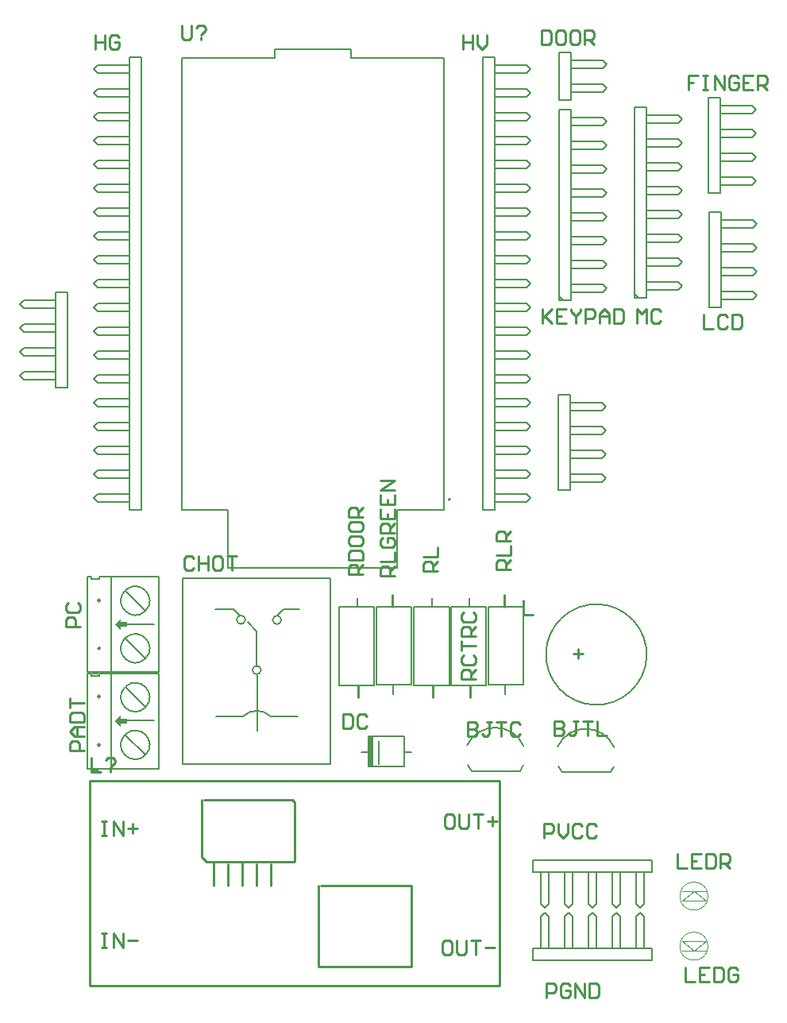
<source format=gbr>
%TF.GenerationSoftware,Altium Limited,Altium Designer,21.3.2 (30)*%
G04 Layer_Color=65535*
%FSLAX25Y25*%
%MOIN*%
%TF.SameCoordinates,C3D6B9D7-463A-470E-9858-FE52AE1E130A*%
%TF.FilePolarity,Positive*%
%TF.FileFunction,Legend,Top*%
%TF.Part,Single*%
G01*
G75*
%TA.AperFunction,NonConductor*%
%ADD45C,0.00787*%
%ADD46C,0.00700*%
%ADD47C,0.00400*%
%ADD48C,0.00800*%
%ADD49C,0.00500*%
%ADD50C,0.01000*%
%ADD51R,0.02000X0.12598*%
G36*
X25000Y120500D02*
X27500Y118000D01*
Y119500D01*
X30000D01*
Y121500D01*
X27500D01*
Y123000D01*
X25000Y120500D01*
D02*
G37*
G36*
Y161000D02*
X27500Y158500D01*
Y160000D01*
X30000D01*
Y162000D01*
X27500D01*
Y163500D01*
X25000Y161000D01*
D02*
G37*
D45*
X165756Y213528D02*
G03*
X165756Y213528I-394J0D01*
G01*
X279500Y294000D02*
Y334000D01*
X274500D02*
X279500D01*
X274500Y294000D02*
X279500D01*
Y297333D02*
X292833D01*
X294500Y299000D01*
X292833Y300667D02*
X294500Y299000D01*
X279500Y300667D02*
X292833D01*
X279500Y307333D02*
X292833D01*
X294500Y309000D01*
X292833Y310667D02*
X294500Y309000D01*
X279500Y310667D02*
X292833D01*
X279500Y317333D02*
X292833D01*
X294500Y319000D01*
X292833Y320667D02*
X294500Y319000D01*
X279500Y320667D02*
X292833D01*
X279500Y327333D02*
X292833D01*
X294500Y329000D01*
X292833Y330667D02*
X294500Y329000D01*
X279500Y330667D02*
X292833D01*
X274500Y294000D02*
Y334000D01*
X36000Y209000D02*
Y391500D01*
Y399000D01*
X17667Y212333D02*
X31000D01*
X16000Y214000D02*
X17667Y212333D01*
X16000Y214000D02*
X17667Y215667D01*
X31000D01*
X17667Y222333D02*
X31000D01*
X16000Y224000D02*
X17667Y222333D01*
X16000Y224000D02*
X17667Y225667D01*
X31000D01*
X17667Y232333D02*
X31000D01*
X16000Y234000D02*
X17667Y232333D01*
X16000Y234000D02*
X17667Y235667D01*
X31000D01*
X17667Y242333D02*
X31000D01*
X16000Y244000D02*
X17667Y242333D01*
X16000Y244000D02*
X17667Y245667D01*
X31000D01*
X17667Y252333D02*
X31000D01*
X16000Y254000D02*
X17667Y252333D01*
X16000Y254000D02*
X17667Y255667D01*
X31000D01*
X17667Y262333D02*
X31000D01*
X16000Y264000D02*
X17667Y262333D01*
X16000Y264000D02*
X17667Y265667D01*
X31000D01*
X17667Y272333D02*
X31000D01*
X16000Y274000D02*
X17667Y272333D01*
X16000Y274000D02*
X17667Y275667D01*
X31000D01*
X17667Y282333D02*
X31000D01*
X16000Y284000D02*
X17667Y282333D01*
X16000Y284000D02*
X17667Y285667D01*
X31000D01*
X17667Y292333D02*
X31000D01*
X16000Y294000D02*
X17667Y292333D01*
X16000Y294000D02*
X17667Y295667D01*
X31000D01*
X17667Y302333D02*
X31000D01*
X16000Y304000D02*
X17667Y302333D01*
X16000Y304000D02*
X17667Y305667D01*
X31000D01*
X17667Y312333D02*
X31000D01*
X16000Y314000D02*
X17667Y312333D01*
X16000Y314000D02*
X17667Y315667D01*
X31000D01*
X17667Y322333D02*
X31000D01*
X16000Y324000D02*
X17667Y322333D01*
X16000Y324000D02*
X17667Y325667D01*
X31000D01*
X17667Y332333D02*
X31000D01*
X16000Y334000D02*
X17667Y332333D01*
X16000Y334000D02*
X17667Y335667D01*
X31000D01*
X17667Y342333D02*
X31000D01*
X16000Y344000D02*
X17667Y342333D01*
X16000Y344000D02*
X17667Y345667D01*
X31000D01*
X17667Y352333D02*
X31000D01*
X16000Y354000D02*
X17667Y352333D01*
X16000Y354000D02*
X17667Y355667D01*
X31000D01*
X17667Y362333D02*
X31000D01*
X16000Y364000D02*
X17667Y362333D01*
X16000Y364000D02*
X17667Y365667D01*
X31000D01*
X17667Y372333D02*
X31000D01*
X16000Y374000D02*
X17667Y372333D01*
X16000Y374000D02*
X17667Y375667D01*
X31000D01*
X17667Y382333D02*
X31000D01*
X16000Y384000D02*
X17667Y382333D01*
X16000Y384000D02*
X17667Y385667D01*
X31000D01*
X17667Y392333D02*
X31000D01*
X16000Y394000D02*
X17667Y392333D01*
X16000Y394000D02*
X17667Y395667D01*
X31000D01*
Y209000D02*
X36000D01*
X31000D02*
Y399000D01*
X36000D01*
X243000Y298000D02*
Y378000D01*
Y299667D02*
X244667Y298000D01*
X248000Y374667D02*
X261333D01*
X263000Y373000D01*
X261333Y371333D02*
X263000Y373000D01*
X248000Y371333D02*
X261333D01*
X248000Y364667D02*
X261333D01*
X263000Y363000D01*
X261333Y361333D02*
X263000Y363000D01*
X248000Y361333D02*
X261333D01*
X248000Y354667D02*
X261333D01*
X263000Y353000D01*
X261333Y351333D02*
X263000Y353000D01*
X248000Y351333D02*
X261333D01*
X248000Y344667D02*
X261333D01*
X263000Y343000D01*
X261333Y341333D02*
X263000Y343000D01*
X248000Y341333D02*
X261333D01*
X248000Y334667D02*
X261333D01*
X263000Y333000D01*
X261333Y331333D02*
X263000Y333000D01*
X248000Y331333D02*
X261333D01*
X248000Y324667D02*
X261333D01*
X263000Y323000D01*
X261333Y321333D02*
X263000Y323000D01*
X248000Y321333D02*
X261333D01*
X248000Y314667D02*
X261333D01*
X263000Y313000D01*
X261333Y311333D02*
X263000Y313000D01*
X248000Y311333D02*
X261333D01*
X248000Y304667D02*
X261333D01*
X263000Y303000D01*
X261333Y301333D02*
X263000Y303000D01*
X248000Y301333D02*
X261333D01*
X243000Y378000D02*
X248000D01*
Y298000D02*
Y378000D01*
X243000Y298000D02*
X248000D01*
X211500Y297000D02*
X216500D01*
Y377000D01*
X211500D02*
X216500D01*
Y300333D02*
X229833D01*
X231500Y302000D01*
X229833Y303667D02*
X231500Y302000D01*
X216500Y303667D02*
X229833D01*
X216500Y310333D02*
X229833D01*
X231500Y312000D01*
X229833Y313667D02*
X231500Y312000D01*
X216500Y313667D02*
X229833D01*
X216500Y320333D02*
X229833D01*
X231500Y322000D01*
X229833Y323667D02*
X231500Y322000D01*
X216500Y323667D02*
X229833D01*
X216500Y330333D02*
X229833D01*
X231500Y332000D01*
X229833Y333667D02*
X231500Y332000D01*
X216500Y333667D02*
X229833D01*
X216500Y340333D02*
X229833D01*
X231500Y342000D01*
X229833Y343667D02*
X231500Y342000D01*
X216500Y343667D02*
X229833D01*
X216500Y350333D02*
X229833D01*
X231500Y352000D01*
X229833Y353667D02*
X231500Y352000D01*
X216500Y353667D02*
X229833D01*
X216500Y360333D02*
X229833D01*
X231500Y362000D01*
X229833Y363667D02*
X231500Y362000D01*
X216500Y363667D02*
X229833D01*
X216500Y370333D02*
X229833D01*
X231500Y372000D01*
X229833Y373667D02*
X231500Y372000D01*
X216500Y373667D02*
X229833D01*
X211500Y298667D02*
X213167Y297000D01*
X211500D02*
Y377000D01*
X200500Y20000D02*
X250500D01*
X203833Y25000D02*
Y38333D01*
X205500Y40000D01*
X207167Y38333D01*
Y25000D02*
Y38333D01*
X213833Y25000D02*
Y38333D01*
X215500Y40000D01*
X217167Y38333D01*
Y25000D02*
Y38333D01*
X223833Y25000D02*
Y38333D01*
X225500Y40000D01*
X227167Y38333D01*
Y25000D02*
Y38333D01*
X233833Y25000D02*
Y38333D01*
X235500Y40000D01*
X237167Y38333D01*
Y25000D02*
Y38333D01*
X243833Y25000D02*
Y38333D01*
X245500Y40000D01*
X247167Y38333D01*
Y25000D02*
Y38333D01*
X250500Y20000D02*
Y25000D01*
X200500D02*
X250500D01*
X200500Y20000D02*
Y25000D01*
Y62000D02*
X250500D01*
X247167Y43667D02*
Y57000D01*
X245500Y42000D02*
X247167Y43667D01*
X243833D02*
X245500Y42000D01*
X243833Y43667D02*
Y57000D01*
X237167Y43667D02*
Y57000D01*
X235500Y42000D02*
X237167Y43667D01*
X233833D02*
X235500Y42000D01*
X233833Y43667D02*
Y57000D01*
X227167Y43667D02*
Y57000D01*
X225500Y42000D02*
X227167Y43667D01*
X223833D02*
X225500Y42000D01*
X223833Y43667D02*
Y57000D01*
X217167Y43667D02*
Y57000D01*
X215500Y42000D02*
X217167Y43667D01*
X213833D02*
X215500Y42000D01*
X213833Y43667D02*
Y57000D01*
X207167Y43667D02*
Y57000D01*
X205500Y42000D02*
X207167Y43667D01*
X203833D02*
X205500Y42000D01*
X203833Y43667D02*
Y57000D01*
X200500D02*
Y62000D01*
Y57000D02*
X250500D01*
Y62000D01*
X179500Y216500D02*
Y399000D01*
Y209000D02*
Y216500D01*
X184500Y395667D02*
X197833D01*
X199500Y394000D01*
X197833Y392333D02*
X199500Y394000D01*
X184500Y392333D02*
X197833D01*
X184500Y385667D02*
X197833D01*
X199500Y384000D01*
X197833Y382333D02*
X199500Y384000D01*
X184500Y382333D02*
X197833D01*
X184500Y375667D02*
X197833D01*
X199500Y374000D01*
X197833Y372333D02*
X199500Y374000D01*
X184500Y372333D02*
X197833D01*
X184500Y365667D02*
X197833D01*
X199500Y364000D01*
X197833Y362333D02*
X199500Y364000D01*
X184500Y362333D02*
X197833D01*
X184500Y355667D02*
X197833D01*
X199500Y354000D01*
X197833Y352333D02*
X199500Y354000D01*
X184500Y352333D02*
X197833D01*
X184500Y345667D02*
X197833D01*
X199500Y344000D01*
X197833Y342333D02*
X199500Y344000D01*
X184500Y342333D02*
X197833D01*
X184500Y335667D02*
X197833D01*
X199500Y334000D01*
X197833Y332333D02*
X199500Y334000D01*
X184500Y332333D02*
X197833D01*
X184500Y325667D02*
X197833D01*
X199500Y324000D01*
X197833Y322333D02*
X199500Y324000D01*
X184500Y322333D02*
X197833D01*
X184500Y315667D02*
X197833D01*
X197833D02*
X199500Y314000D01*
X197833Y312333D02*
X199500Y314000D01*
X184500Y312333D02*
X197833D01*
X184500Y305667D02*
X197833D01*
X199500Y304000D01*
X197833Y302333D02*
X199500Y304000D01*
X184500Y302333D02*
X197833D01*
X184500Y295667D02*
X197833D01*
X199500Y294000D01*
X197833Y292333D02*
X199500Y294000D01*
X184500Y292333D02*
X197833D01*
X184500Y285667D02*
X197833D01*
X199500Y284000D01*
X197833Y282333D02*
X199500Y284000D01*
X184500Y282333D02*
X197833D01*
X184500Y275667D02*
X197833D01*
X199500Y274000D01*
X197833Y272333D02*
X199500Y274000D01*
X184500Y272333D02*
X197833D01*
X184500Y265667D02*
X197833D01*
X199500Y264000D01*
X197833Y262333D02*
X199500Y264000D01*
X184500Y262333D02*
X197833D01*
X184500Y255667D02*
X197833D01*
X199500Y254000D01*
X197833Y252333D02*
X199500Y254000D01*
X184500Y252333D02*
X197833D01*
X184500Y245667D02*
X197833D01*
X199500Y244000D01*
X197833Y242333D02*
X199500Y244000D01*
X184500Y242333D02*
X197833D01*
X184500Y235667D02*
X197833D01*
X199500Y234000D01*
X197833Y232333D02*
X199500Y234000D01*
X184500Y232333D02*
X197833D01*
X184500Y225667D02*
X197833D01*
X199500Y224000D01*
X197833Y222333D02*
X199500Y224000D01*
X184500Y222333D02*
X197833D01*
X184500Y215667D02*
X197833D01*
X199500Y214000D01*
X197833Y212333D02*
X199500Y214000D01*
X184500Y212333D02*
X197833D01*
X179500Y399000D02*
X184500D01*
Y209000D02*
Y399000D01*
X179500Y209000D02*
X184500D01*
X216000Y217500D02*
Y257500D01*
X211000D02*
X216000D01*
X211000Y217500D02*
X216000D01*
Y220833D02*
X229333D01*
X231000Y222500D01*
X229333Y224167D02*
X231000Y222500D01*
X216000Y224167D02*
X229333D01*
X216000Y230833D02*
X229333D01*
X231000Y232500D01*
X229333Y234167D02*
X231000Y232500D01*
X216000Y234167D02*
X229333D01*
X216000Y240833D02*
X229333D01*
X231000Y242500D01*
X229333Y244167D02*
X231000Y242500D01*
X216000Y244167D02*
X229333D01*
X216000Y250833D02*
X229333D01*
X231000Y252500D01*
X229333Y254167D02*
X231000Y252500D01*
X216000Y254167D02*
X229333D01*
X211000Y217500D02*
Y257500D01*
X216500Y381000D02*
Y401000D01*
X211500D02*
X216500D01*
X211500Y381000D02*
X216500D01*
X211500D02*
Y401000D01*
X216500Y384333D02*
X229833D01*
X231500Y386000D01*
X229833Y387667D02*
X231500Y386000D01*
X216500Y387667D02*
X229833D01*
X216500Y394333D02*
X229833D01*
X231500Y396000D01*
X229833Y397667D02*
X231500Y396000D01*
X216500Y397667D02*
X229833D01*
X274000Y342000D02*
Y382000D01*
X279000Y378667D02*
X292333D01*
X294000Y377000D01*
X292333Y375333D02*
X294000Y377000D01*
X279000Y375333D02*
X292333D01*
X279000Y368667D02*
X292333D01*
X294000Y367000D01*
X292333Y365333D02*
X294000Y367000D01*
X279000Y365333D02*
X292333D01*
X279000Y358667D02*
X292333D01*
X294000Y357000D01*
X292333Y355333D02*
X294000Y357000D01*
X279000Y355333D02*
X292333D01*
X279000Y348667D02*
X292333D01*
X294000Y347000D01*
X292333Y345333D02*
X294000Y347000D01*
X279000Y345333D02*
X292333D01*
X274000Y342000D02*
X279000D01*
X274000Y382000D02*
X279000D01*
Y342000D02*
Y382000D01*
X0Y260500D02*
Y300500D01*
Y260500D02*
X5000D01*
X0Y300500D02*
X5000D01*
X-13333Y297167D02*
X0D01*
X-15000Y295500D02*
X-13333Y297167D01*
X-15000Y295500D02*
X-13333Y293833D01*
X0D01*
X-13333Y287167D02*
X0D01*
X-15000Y285500D02*
X-13333Y287167D01*
X-15000Y285500D02*
X-13333Y283833D01*
X0D01*
X-13333Y277167D02*
X0D01*
X-15000Y275500D02*
X-13333Y277167D01*
X-15000Y275500D02*
X-13333Y273833D01*
X0D01*
X-13333Y267167D02*
X0D01*
X-15000Y265500D02*
X-13333Y267167D01*
X-15000Y265500D02*
X-13333Y263833D01*
X0D01*
X5000Y260500D02*
Y300500D01*
D46*
X90400Y122400D02*
G03*
X78800Y122500I-5850J-5750D01*
G01*
X86280Y141920D02*
G03*
X86280Y141920I-1781J0D01*
G01*
X79680Y163020D02*
G03*
X79680Y163020I-1781J0D01*
G01*
X94780Y162920D02*
G03*
X94780Y162920I-1781J0D01*
G01*
X28956Y174976D02*
G03*
X29495Y175518I4544J-3976D01*
G01*
X18940Y151000D02*
G03*
X18940Y151000I-640J0D01*
G01*
X18840Y171200D02*
G03*
X18840Y171200I-640J0D01*
G01*
X28895Y154904D02*
G03*
X29495Y155518I4605J-3904D01*
G01*
X28956Y134476D02*
G03*
X29495Y135018I4544J-3976D01*
G01*
X18940Y110500D02*
G03*
X18940Y110500I-640J0D01*
G01*
X18840Y130700D02*
G03*
X18840Y130700I-640J0D01*
G01*
X28895Y114404D02*
G03*
X29495Y115018I4605J-3904D01*
G01*
X234494Y109497D02*
G03*
X210848Y109821I-11897J-5240D01*
G01*
X196494Y109997D02*
G03*
X172848Y110321I-11897J-5240D01*
G01*
X131500Y105900D02*
Y107500D01*
Y109600D01*
X135600Y102500D02*
Y112200D01*
X128500Y107500D02*
X131500D01*
X146500D02*
X149500D01*
X131500Y101402D02*
Y107500D01*
Y101402D02*
X146500D01*
Y114000D01*
X131500D02*
X146500D01*
X131500Y107500D02*
Y114000D01*
X67300Y122400D02*
X78700D01*
X90500Y122300D02*
X101800D01*
X80600Y162100D02*
X84500Y158200D01*
Y143900D02*
Y158200D01*
X93000Y164700D02*
X95700Y167400D01*
X102300D01*
X74700D02*
X77300Y164800D01*
X67100Y167400D02*
X74700D01*
X53500Y102500D02*
Y180500D01*
X115500Y102500D02*
Y180500D01*
X53500Y102500D02*
X115500D01*
X53500Y180500D02*
X115500D01*
X84600Y116600D02*
Y139900D01*
X13500Y181000D02*
X15000D01*
Y180000D02*
Y181000D01*
X13500Y141000D02*
Y181000D01*
X29500D02*
X41400D01*
X43500Y141000D02*
Y181000D01*
X29250Y175250D02*
X37700Y166800D01*
X26300Y161200D02*
X41400D01*
X15500Y140400D02*
X18000D01*
X13500Y141000D02*
X28500D01*
X15300Y180000D02*
X18400D01*
Y181000D01*
X43500D01*
X28500Y141000D02*
X43500D01*
X23500D02*
Y181000D01*
X29200Y155300D02*
X37700Y146800D01*
X119000Y135500D02*
X133881D01*
X119000D02*
Y168300D01*
X133881D01*
Y135500D02*
Y168300D01*
X126600D02*
Y172100D01*
X13500Y140500D02*
X15000D01*
Y139500D02*
Y140500D01*
X13500Y100500D02*
Y140500D01*
X29500D02*
X41400D01*
X43500Y100500D02*
Y140500D01*
X29250Y134750D02*
X37700Y126300D01*
X26300Y120700D02*
X41400D01*
X15500Y99900D02*
X18000D01*
X13500Y100500D02*
X28500D01*
X15300Y139500D02*
X18400D01*
Y140500D01*
X43500D01*
X28500Y100500D02*
X43500D01*
X23500D02*
Y140500D01*
X29200Y114800D02*
X37700Y106300D01*
X150500Y135500D02*
X165381D01*
X150500D02*
Y168300D01*
X165381D01*
Y135500D02*
Y168300D01*
X158100D02*
Y172100D01*
X173600Y168300D02*
Y172100D01*
X180881Y135500D02*
Y168300D01*
X166000D02*
X180881D01*
X166000Y135500D02*
Y168300D01*
Y135500D02*
X180881D01*
X134619Y168500D02*
X149500D01*
Y135700D02*
Y168500D01*
X134619Y135700D02*
X149500D01*
X134619D02*
Y168500D01*
X141900Y131900D02*
Y135700D01*
X210966Y101476D02*
X212700Y99000D01*
X233000D02*
X234300Y101600D01*
X212700Y99000D02*
X233000D01*
X172966Y101976D02*
X174700Y99500D01*
X195000D02*
X196300Y102100D01*
X174700Y99500D02*
X195000D01*
X181619Y168500D02*
X196500D01*
Y135700D02*
Y168500D01*
X181619Y135700D02*
X196500D01*
X181619D02*
Y168500D01*
X188900Y131900D02*
Y135700D01*
D47*
X273905Y26000D02*
G03*
X273905Y26000I-5906J0D01*
G01*
Y47000D02*
G03*
X273905Y47000I-5906J0D01*
G01*
X268000Y24000D02*
X273000D01*
X268000D02*
X273000Y28000D01*
X263000Y24000D02*
X268000D01*
X263000Y28000D02*
X268000Y24000D01*
X263000Y28000D02*
X273000D01*
X263000Y49000D02*
X268000D01*
X263000Y45000D02*
X268000Y49000D01*
X273000D01*
X268000D02*
X273000Y45000D01*
X263000D02*
X273000D01*
D48*
X242410Y162900D02*
G03*
X242550Y162750I-15387J-14482D01*
G01*
D49*
X162921Y209079D02*
Y398843D01*
X53079Y209079D02*
Y398843D01*
Y209079D02*
X72567D01*
X143433D02*
X162921D01*
X143433Y184669D02*
Y209079D01*
X72567Y184669D02*
X143433D01*
X72567D02*
Y209079D01*
X124024Y398843D02*
X162921D01*
X124024D02*
Y402386D01*
X92016D02*
X124024D01*
X92016Y398843D02*
Y402386D01*
X53079Y398843D02*
X92016D01*
D50*
X90500Y51500D02*
Y60500D01*
X84500Y51500D02*
Y60500D01*
X78500Y51500D02*
Y61500D01*
X72500Y51500D02*
Y60500D01*
X66500Y51500D02*
Y61500D01*
X61500Y63500D02*
Y87500D01*
Y63500D02*
X63500Y61500D01*
X100500D01*
Y86500D01*
X99500Y87500D02*
X100500Y86500D01*
X62500Y87500D02*
X99500D01*
X110500Y17500D02*
Y51500D01*
Y17500D02*
X149500D01*
Y51500D01*
X111500D02*
X149500D01*
X14500Y9500D02*
X186500D01*
Y95500D01*
X14500D02*
X186500D01*
X14500Y9500D02*
Y95500D01*
X127000Y130500D02*
Y135500D01*
X158500Y130500D02*
Y135500D01*
X174000Y130500D02*
Y135500D01*
X141500Y168500D02*
Y173500D01*
X188500Y168500D02*
Y173500D01*
X165499Y28498D02*
X163500D01*
X162500Y27498D01*
Y23500D01*
X163500Y22500D01*
X165499D01*
X166499Y23500D01*
Y27498D01*
X165499Y28498D01*
X168498D02*
Y23500D01*
X169498Y22500D01*
X171497D01*
X172497Y23500D01*
Y28498D01*
X174496D02*
X178495D01*
X176496D01*
Y22500D01*
X180494Y25499D02*
X184493D01*
X166499Y81498D02*
X164500D01*
X163500Y80498D01*
Y76500D01*
X164500Y75500D01*
X166499D01*
X167499Y76500D01*
Y80498D01*
X166499Y81498D01*
X169498D02*
Y76500D01*
X170498Y75500D01*
X172497D01*
X173497Y76500D01*
Y81498D01*
X175496D02*
X179495D01*
X177496D01*
Y75500D01*
X181494Y78499D02*
X185493D01*
X183493Y80498D02*
Y76500D01*
X19500Y31498D02*
X21499D01*
X20500D01*
Y25500D01*
X19500D01*
X21499D01*
X24498D02*
Y31498D01*
X28497Y25500D01*
Y31498D01*
X30496Y28499D02*
X34495D01*
X19500Y78498D02*
X21499D01*
X20500D01*
Y72500D01*
X19500D01*
X21499D01*
X24498D02*
Y78498D01*
X28497Y72500D01*
Y78498D01*
X30496Y75499D02*
X34495D01*
X32496Y77498D02*
Y73500D01*
X217550Y148649D02*
X221549D01*
X219549Y150648D02*
Y146650D01*
X53000Y412498D02*
Y407500D01*
X54000Y406500D01*
X55999D01*
X56999Y407500D01*
Y412498D01*
X58998Y411498D02*
X59998Y412498D01*
X61997D01*
X62997Y411498D01*
Y410499D01*
X60997Y408499D01*
Y407500D02*
Y406500D01*
X15000Y104998D02*
Y99000D01*
X18999D01*
X20998Y103998D02*
X21998Y104998D01*
X23997D01*
X24997Y103998D01*
Y102999D01*
X22997Y100999D01*
Y100000D02*
Y99000D01*
X196300Y171098D02*
Y165100D01*
X200299D01*
X171100Y408398D02*
Y402400D01*
Y405399D01*
X175099D01*
Y408398D01*
Y402400D01*
X177098Y408398D02*
Y404399D01*
X179097Y402400D01*
X181097Y404399D01*
Y408398D01*
X205004Y71501D02*
Y77499D01*
X208003D01*
X209002Y76499D01*
Y74500D01*
X208003Y73500D01*
X205004D01*
X211002Y77499D02*
Y73500D01*
X213001Y71501D01*
X215000Y73500D01*
Y77499D01*
X220998Y76499D02*
X219999Y77499D01*
X217999D01*
X217000Y76499D01*
Y72501D01*
X217999Y71501D01*
X219999D01*
X220998Y72501D01*
X226996Y76499D02*
X225997Y77499D01*
X223997D01*
X222998Y76499D01*
Y72501D01*
X223997Y71501D01*
X225997D01*
X226996Y72501D01*
X206004Y4501D02*
Y10499D01*
X209003D01*
X210002Y9499D01*
Y7500D01*
X209003Y6500D01*
X206004D01*
X216000Y9499D02*
X215001Y10499D01*
X213001D01*
X212002Y9499D01*
Y5501D01*
X213001Y4501D01*
X215001D01*
X216000Y5501D01*
Y7500D01*
X214001D01*
X218000Y4501D02*
Y10499D01*
X221998Y4501D01*
Y10499D01*
X223998D02*
Y4501D01*
X226997D01*
X227996Y5501D01*
Y9499D01*
X226997Y10499D01*
X223998D01*
X244002Y287501D02*
Y293499D01*
X246001Y291500D01*
X248000Y293499D01*
Y287501D01*
X253998Y292499D02*
X252999Y293499D01*
X250999D01*
X250000Y292499D01*
Y288501D01*
X250999Y287501D01*
X252999D01*
X253998Y288501D01*
X160499Y183502D02*
X154501D01*
Y186501D01*
X155501Y187500D01*
X157500D01*
X158500Y186501D01*
Y183502D01*
Y185501D02*
X160499Y187500D01*
X154501Y189500D02*
X160499D01*
Y193498D01*
X142499Y181507D02*
X136501D01*
Y184505D01*
X137501Y185505D01*
X139500D01*
X140500Y184505D01*
Y181507D01*
Y183506D02*
X142499Y185505D01*
X136501Y187504D02*
X142499D01*
Y191503D01*
X137501Y197501D02*
X136501Y196502D01*
Y194502D01*
X137501Y193503D01*
X141499D01*
X142499Y194502D01*
Y196502D01*
X141499Y197501D01*
X139500D01*
Y195502D01*
X142499Y199501D02*
X136501D01*
Y202500D01*
X137501Y203499D01*
X139500D01*
X140500Y202500D01*
Y199501D01*
Y201500D02*
X142499Y203499D01*
X136501Y209497D02*
Y205499D01*
X142499D01*
Y209497D01*
X139500Y205499D02*
Y207498D01*
X136501Y215495D02*
Y211497D01*
X142499D01*
Y215495D01*
X139500Y211497D02*
Y213496D01*
X142499Y217495D02*
X136501D01*
X142499Y221494D01*
X136501D01*
X190999Y184003D02*
X185001D01*
Y187002D01*
X186001Y188001D01*
X188000D01*
X189000Y187002D01*
Y184003D01*
Y186002D02*
X190999Y188001D01*
X185001Y190001D02*
X190999D01*
Y193999D01*
Y195999D02*
X185001D01*
Y198998D01*
X186001Y199997D01*
X188000D01*
X189000Y198998D01*
Y195999D01*
Y197998D02*
X190999Y199997D01*
X128999Y182004D02*
X123001D01*
Y185003D01*
X124001Y186003D01*
X126000D01*
X127000Y185003D01*
Y182004D01*
Y184004D02*
X128999Y186003D01*
X123001Y188003D02*
X128999D01*
Y191002D01*
X127999Y192001D01*
X124001D01*
X123001Y191002D01*
Y188003D01*
Y197000D02*
Y195000D01*
X124001Y194001D01*
X127999D01*
X128999Y195000D01*
Y197000D01*
X127999Y197999D01*
X124001D01*
X123001Y197000D01*
Y202998D02*
Y200998D01*
X124001Y199999D01*
X127999D01*
X128999Y200998D01*
Y202998D01*
X127999Y203997D01*
X124001D01*
X123001Y202998D01*
X128999Y205997D02*
X123001D01*
Y208996D01*
X124001Y209996D01*
X126000D01*
X127000Y208996D01*
Y205997D01*
Y207996D02*
X128999Y209996D01*
X176499Y138005D02*
X170501D01*
Y141004D01*
X171501Y142003D01*
X173500D01*
X174500Y141004D01*
Y138005D01*
Y140004D02*
X176499Y142003D01*
X171501Y148001D02*
X170501Y147002D01*
Y145002D01*
X171501Y144003D01*
X175499D01*
X176499Y145002D01*
Y147002D01*
X175499Y148001D01*
X170501Y150001D02*
Y153999D01*
Y152000D01*
X176499D01*
Y155999D02*
X170501D01*
Y158998D01*
X171501Y159997D01*
X173500D01*
X174500Y158998D01*
Y155999D01*
Y157998D02*
X176499Y159997D01*
X171501Y165996D02*
X170501Y164996D01*
Y162996D01*
X171501Y161997D01*
X175499D01*
X176499Y162996D01*
Y164996D01*
X175499Y165996D01*
X10499Y160002D02*
X4501D01*
Y163001D01*
X5501Y164000D01*
X7500D01*
X8500Y163001D01*
Y160002D01*
X5501Y169998D02*
X4501Y168999D01*
Y166999D01*
X5501Y166000D01*
X9499D01*
X10499Y166999D01*
Y168999D01*
X9499Y169998D01*
X11999Y108004D02*
X6001D01*
Y111003D01*
X7001Y112002D01*
X9000D01*
X10000Y111003D01*
Y108004D01*
X11999Y114002D02*
X8000D01*
X6001Y116001D01*
X8000Y118000D01*
X11999D01*
X9000D01*
Y114002D01*
X6001Y120000D02*
X11999D01*
Y122999D01*
X10999Y123998D01*
X7001D01*
X6001Y122999D01*
Y120000D01*
Y125998D02*
Y129997D01*
Y127997D01*
X11999D01*
X261000Y64698D02*
Y58700D01*
X264999D01*
X270997Y64698D02*
X266998D01*
Y58700D01*
X270997D01*
X266998Y61699D02*
X268997D01*
X272996Y64698D02*
Y58700D01*
X275995D01*
X276995Y59700D01*
Y63698D01*
X275995Y64698D01*
X272996D01*
X278994Y58700D02*
Y64698D01*
X281993D01*
X282993Y63698D01*
Y61699D01*
X281993Y60699D01*
X278994D01*
X280994D02*
X282993Y58700D01*
X264504Y16999D02*
Y11001D01*
X268502D01*
X274500Y16999D02*
X270502D01*
Y11001D01*
X274500D01*
X270502Y14000D02*
X272501D01*
X276500Y16999D02*
Y11001D01*
X279499D01*
X280498Y12001D01*
Y15999D01*
X279499Y16999D01*
X276500D01*
X286496Y15999D02*
X285497Y16999D01*
X283497D01*
X282498Y15999D01*
Y12001D01*
X283497Y11001D01*
X285497D01*
X286496Y12001D01*
Y14000D01*
X284497D01*
X272003Y290999D02*
Y285001D01*
X276001D01*
X281999Y289999D02*
X281000Y290999D01*
X279000D01*
X278001Y289999D01*
Y286001D01*
X279000Y285001D01*
X281000D01*
X281999Y286001D01*
X283999Y290999D02*
Y285001D01*
X286998D01*
X287997Y286001D01*
Y289999D01*
X286998Y290999D01*
X283999D01*
X204505Y293499D02*
Y287501D01*
Y289500D01*
X208504Y293499D01*
X205505Y290500D01*
X208504Y287501D01*
X214502Y293499D02*
X210504D01*
Y287501D01*
X214502D01*
X210504Y290500D02*
X212503D01*
X216502Y293499D02*
Y292499D01*
X218501Y290500D01*
X220500Y292499D01*
Y293499D01*
X218501Y290500D02*
Y287501D01*
X222500D02*
Y293499D01*
X225499D01*
X226498Y292499D01*
Y290500D01*
X225499Y289500D01*
X222500D01*
X228498Y287501D02*
Y291500D01*
X230497Y293499D01*
X232497Y291500D01*
Y287501D01*
Y290500D01*
X228498D01*
X234496Y293499D02*
Y287501D01*
X237495D01*
X238494Y288501D01*
Y292499D01*
X237495Y293499D01*
X234496D01*
X16600Y408398D02*
Y402400D01*
Y405399D01*
X20599D01*
Y408398D01*
Y402400D01*
X26597Y407398D02*
X25597Y408398D01*
X23598D01*
X22598Y407398D01*
Y403400D01*
X23598Y402400D01*
X25597D01*
X26597Y403400D01*
Y405399D01*
X24597D01*
X269799Y391398D02*
X265800D01*
Y388399D01*
X267799D01*
X265800D01*
Y385400D01*
X271798Y391398D02*
X273797D01*
X272798D01*
Y385400D01*
X271798D01*
X273797D01*
X276796D02*
Y391398D01*
X280795Y385400D01*
Y391398D01*
X286793Y390398D02*
X285793Y391398D01*
X283794D01*
X282794Y390398D01*
Y386400D01*
X283794Y385400D01*
X285793D01*
X286793Y386400D01*
Y388399D01*
X284794D01*
X292791Y391398D02*
X288793D01*
Y385400D01*
X292791D01*
X288793Y388399D02*
X290792D01*
X294791Y385400D02*
Y391398D01*
X297790D01*
X298789Y390398D01*
Y388399D01*
X297790Y387399D01*
X294791D01*
X296790D02*
X298789Y385400D01*
X204100Y410398D02*
Y404400D01*
X207099D01*
X208099Y405400D01*
Y409398D01*
X207099Y410398D01*
X204100D01*
X213097D02*
X211098D01*
X210098Y409398D01*
Y405400D01*
X211098Y404400D01*
X213097D01*
X214097Y405400D01*
Y409398D01*
X213097Y410398D01*
X219095D02*
X217096D01*
X216096Y409398D01*
Y405400D01*
X217096Y404400D01*
X219095D01*
X220095Y405400D01*
Y409398D01*
X219095Y410398D01*
X222094Y404400D02*
Y410398D01*
X225093D01*
X226093Y409398D01*
Y407399D01*
X225093Y406399D01*
X222094D01*
X224094D02*
X226093Y404400D01*
X120600Y123298D02*
Y117300D01*
X123599D01*
X124599Y118300D01*
Y122298D01*
X123599Y123298D01*
X120600D01*
X130597Y122298D02*
X129597Y123298D01*
X127598D01*
X126598Y122298D01*
Y118300D01*
X127598Y117300D01*
X129597D01*
X130597Y118300D01*
X58199Y188898D02*
X57199Y189898D01*
X55200D01*
X54200Y188898D01*
Y184900D01*
X55200Y183900D01*
X57199D01*
X58199Y184900D01*
X60198Y189898D02*
Y183900D01*
Y186899D01*
X64197D01*
Y189898D01*
Y183900D01*
X69195Y189898D02*
X67196D01*
X66196Y188898D01*
Y184900D01*
X67196Y183900D01*
X69195D01*
X70195Y184900D01*
Y188898D01*
X69195Y189898D01*
X72194D02*
X76193D01*
X74194D01*
Y183900D01*
X209504Y120499D02*
Y114501D01*
X212503D01*
X213502Y115501D01*
Y116500D01*
X212503Y117500D01*
X209504D01*
X212503D01*
X213502Y118500D01*
Y119499D01*
X212503Y120499D01*
X209504D01*
X219500D02*
X217501D01*
X218501D01*
Y115501D01*
X217501Y114501D01*
X216501D01*
X215502Y115501D01*
X221500Y120499D02*
X225498D01*
X223499D01*
Y114501D01*
X227498Y120499D02*
Y114501D01*
X231497D01*
X173004Y119999D02*
Y114001D01*
X176003D01*
X177002Y115001D01*
Y116000D01*
X176003Y117000D01*
X173004D01*
X176003D01*
X177002Y118000D01*
Y118999D01*
X176003Y119999D01*
X173004D01*
X183000D02*
X181001D01*
X182001D01*
Y115001D01*
X181001Y114001D01*
X180001D01*
X179002Y115001D01*
X185000Y119999D02*
X188998D01*
X186999D01*
Y114001D01*
X194997Y118999D02*
X193997Y119999D01*
X191997D01*
X190998Y118999D01*
Y115001D01*
X191997Y114001D01*
X193997D01*
X194997Y115001D01*
D51*
X132500Y107701D02*
D03*
%TF.MD5,aa51ff2654459b4ad5ea019e10b71a13*%
M02*

</source>
